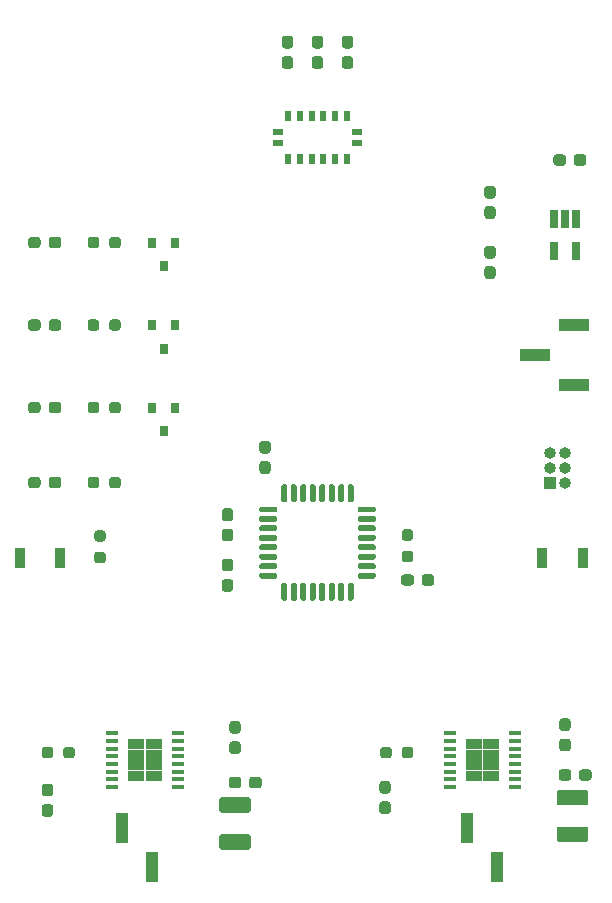
<source format=gbr>
%TF.GenerationSoftware,KiCad,Pcbnew,(5.1.9)-1*%
%TF.CreationDate,2021-04-18T17:00:14-02:30*%
%TF.ProjectId,flamingo,666c616d-696e-4676-9f2e-6b696361645f,rev?*%
%TF.SameCoordinates,Original*%
%TF.FileFunction,Soldermask,Top*%
%TF.FilePolarity,Negative*%
%FSLAX46Y46*%
G04 Gerber Fmt 4.6, Leading zero omitted, Abs format (unit mm)*
G04 Created by KiCad (PCBNEW (5.1.9)-1) date 2021-04-18 17:00:14*
%MOMM*%
%LPD*%
G01*
G04 APERTURE LIST*
%ADD10R,1.470000X0.895000*%
%ADD11R,1.050000X0.450000*%
%ADD12R,2.510000X1.000000*%
%ADD13R,1.000000X2.510000*%
%ADD14R,0.800000X0.900000*%
%ADD15R,0.650000X1.560000*%
%ADD16R,0.863600X0.558800*%
%ADD17R,0.558800X0.863600*%
%ADD18R,0.900000X1.700000*%
%ADD19O,1.000000X1.000000*%
%ADD20R,1.000000X1.000000*%
G04 APERTURE END LIST*
D10*
%TO.C,U3*%
X112930000Y-138357500D03*
X112930000Y-139252500D03*
X112930000Y-140147500D03*
X112930000Y-141042500D03*
X114400000Y-138357500D03*
X114400000Y-139252500D03*
X114400000Y-140147500D03*
X114400000Y-141042500D03*
D11*
X116440000Y-137425000D03*
X116440000Y-138075000D03*
X116440000Y-138725000D03*
X116440000Y-139375000D03*
X116440000Y-140025000D03*
X116440000Y-140675000D03*
X116440000Y-141325000D03*
X116440000Y-141975000D03*
X110890000Y-141975000D03*
X110890000Y-141325000D03*
X110890000Y-140675000D03*
X110890000Y-140025000D03*
X110890000Y-139375000D03*
X110890000Y-138725000D03*
X110890000Y-138075000D03*
X110890000Y-137425000D03*
%TD*%
D10*
%TO.C,U4*%
X141505000Y-138357500D03*
X141505000Y-139252500D03*
X141505000Y-140147500D03*
X141505000Y-141042500D03*
X142975000Y-138357500D03*
X142975000Y-139252500D03*
X142975000Y-140147500D03*
X142975000Y-141042500D03*
D11*
X145015000Y-137425000D03*
X145015000Y-138075000D03*
X145015000Y-138725000D03*
X145015000Y-139375000D03*
X145015000Y-140025000D03*
X145015000Y-140675000D03*
X145015000Y-141325000D03*
X145015000Y-141975000D03*
X139465000Y-141975000D03*
X139465000Y-141325000D03*
X139465000Y-140675000D03*
X139465000Y-140025000D03*
X139465000Y-139375000D03*
X139465000Y-138725000D03*
X139465000Y-138075000D03*
X139465000Y-137425000D03*
%TD*%
%TO.C,C402*%
G36*
G01*
X149762500Y-140732500D02*
X149762500Y-141207500D01*
G75*
G02*
X149525000Y-141445000I-237500J0D01*
G01*
X148925000Y-141445000D01*
G75*
G02*
X148687500Y-141207500I0J237500D01*
G01*
X148687500Y-140732500D01*
G75*
G02*
X148925000Y-140495000I237500J0D01*
G01*
X149525000Y-140495000D01*
G75*
G02*
X149762500Y-140732500I0J-237500D01*
G01*
G37*
G36*
G01*
X151487500Y-140732500D02*
X151487500Y-141207500D01*
G75*
G02*
X151250000Y-141445000I-237500J0D01*
G01*
X150650000Y-141445000D01*
G75*
G02*
X150412500Y-141207500I0J237500D01*
G01*
X150412500Y-140732500D01*
G75*
G02*
X150650000Y-140495000I237500J0D01*
G01*
X151250000Y-140495000D01*
G75*
G02*
X151487500Y-140732500I0J-237500D01*
G01*
G37*
%TD*%
D12*
%TO.C,J4*%
X149995000Y-107950000D03*
X149995000Y-102870000D03*
X146685000Y-105410000D03*
%TD*%
%TO.C,R5*%
G36*
G01*
X109617500Y-122067500D02*
X110092500Y-122067500D01*
G75*
G02*
X110330000Y-122305000I0J-237500D01*
G01*
X110330000Y-122805000D01*
G75*
G02*
X110092500Y-123042500I-237500J0D01*
G01*
X109617500Y-123042500D01*
G75*
G02*
X109380000Y-122805000I0J237500D01*
G01*
X109380000Y-122305000D01*
G75*
G02*
X109617500Y-122067500I237500J0D01*
G01*
G37*
G36*
G01*
X109617500Y-120242500D02*
X110092500Y-120242500D01*
G75*
G02*
X110330000Y-120480000I0J-237500D01*
G01*
X110330000Y-120980000D01*
G75*
G02*
X110092500Y-121217500I-237500J0D01*
G01*
X109617500Y-121217500D01*
G75*
G02*
X109380000Y-120980000I0J237500D01*
G01*
X109380000Y-120480000D01*
G75*
G02*
X109617500Y-120242500I237500J0D01*
G01*
G37*
%TD*%
D13*
%TO.C,J3*%
X140970000Y-145415000D03*
X143510000Y-148725000D03*
%TD*%
%TO.C,J2*%
X111760000Y-145415000D03*
X114300000Y-148725000D03*
%TD*%
%TO.C,C400*%
G36*
G01*
X148759999Y-145337500D02*
X150960001Y-145337500D01*
G75*
G02*
X151210000Y-145587499I0J-249999D01*
G01*
X151210000Y-146412501D01*
G75*
G02*
X150960001Y-146662500I-249999J0D01*
G01*
X148759999Y-146662500D01*
G75*
G02*
X148510000Y-146412501I0J249999D01*
G01*
X148510000Y-145587499D01*
G75*
G02*
X148759999Y-145337500I249999J0D01*
G01*
G37*
G36*
G01*
X148759999Y-142212500D02*
X150960001Y-142212500D01*
G75*
G02*
X151210000Y-142462499I0J-249999D01*
G01*
X151210000Y-143287501D01*
G75*
G02*
X150960001Y-143537500I-249999J0D01*
G01*
X148759999Y-143537500D01*
G75*
G02*
X148510000Y-143287501I0J249999D01*
G01*
X148510000Y-142462499D01*
G75*
G02*
X148759999Y-142212500I249999J0D01*
G01*
G37*
%TD*%
%TO.C,C300*%
G36*
G01*
X120184999Y-145972500D02*
X122385001Y-145972500D01*
G75*
G02*
X122635000Y-146222499I0J-249999D01*
G01*
X122635000Y-147047501D01*
G75*
G02*
X122385001Y-147297500I-249999J0D01*
G01*
X120184999Y-147297500D01*
G75*
G02*
X119935000Y-147047501I0J249999D01*
G01*
X119935000Y-146222499D01*
G75*
G02*
X120184999Y-145972500I249999J0D01*
G01*
G37*
G36*
G01*
X120184999Y-142847500D02*
X122385001Y-142847500D01*
G75*
G02*
X122635000Y-143097499I0J-249999D01*
G01*
X122635000Y-143922501D01*
G75*
G02*
X122385001Y-144172500I-249999J0D01*
G01*
X120184999Y-144172500D01*
G75*
G02*
X119935000Y-143922501I0J249999D01*
G01*
X119935000Y-143097499D01*
G75*
G02*
X120184999Y-142847500I249999J0D01*
G01*
G37*
%TD*%
%TO.C,C202*%
G36*
G01*
X125967500Y-79457500D02*
X125492500Y-79457500D01*
G75*
G02*
X125255000Y-79220000I0J237500D01*
G01*
X125255000Y-78620000D01*
G75*
G02*
X125492500Y-78382500I237500J0D01*
G01*
X125967500Y-78382500D01*
G75*
G02*
X126205000Y-78620000I0J-237500D01*
G01*
X126205000Y-79220000D01*
G75*
G02*
X125967500Y-79457500I-237500J0D01*
G01*
G37*
G36*
G01*
X125967500Y-81182500D02*
X125492500Y-81182500D01*
G75*
G02*
X125255000Y-80945000I0J237500D01*
G01*
X125255000Y-80345000D01*
G75*
G02*
X125492500Y-80107500I237500J0D01*
G01*
X125967500Y-80107500D01*
G75*
G02*
X126205000Y-80345000I0J-237500D01*
G01*
X126205000Y-80945000D01*
G75*
G02*
X125967500Y-81182500I-237500J0D01*
G01*
G37*
%TD*%
%TO.C,C201*%
G36*
G01*
X128507500Y-79457500D02*
X128032500Y-79457500D01*
G75*
G02*
X127795000Y-79220000I0J237500D01*
G01*
X127795000Y-78620000D01*
G75*
G02*
X128032500Y-78382500I237500J0D01*
G01*
X128507500Y-78382500D01*
G75*
G02*
X128745000Y-78620000I0J-237500D01*
G01*
X128745000Y-79220000D01*
G75*
G02*
X128507500Y-79457500I-237500J0D01*
G01*
G37*
G36*
G01*
X128507500Y-81182500D02*
X128032500Y-81182500D01*
G75*
G02*
X127795000Y-80945000I0J237500D01*
G01*
X127795000Y-80345000D01*
G75*
G02*
X128032500Y-80107500I237500J0D01*
G01*
X128507500Y-80107500D01*
G75*
G02*
X128745000Y-80345000I0J-237500D01*
G01*
X128745000Y-80945000D01*
G75*
G02*
X128507500Y-81182500I-237500J0D01*
G01*
G37*
%TD*%
%TO.C,C200*%
G36*
G01*
X131047500Y-79457500D02*
X130572500Y-79457500D01*
G75*
G02*
X130335000Y-79220000I0J237500D01*
G01*
X130335000Y-78620000D01*
G75*
G02*
X130572500Y-78382500I237500J0D01*
G01*
X131047500Y-78382500D01*
G75*
G02*
X131285000Y-78620000I0J-237500D01*
G01*
X131285000Y-79220000D01*
G75*
G02*
X131047500Y-79457500I-237500J0D01*
G01*
G37*
G36*
G01*
X131047500Y-81182500D02*
X130572500Y-81182500D01*
G75*
G02*
X130335000Y-80945000I0J237500D01*
G01*
X130335000Y-80345000D01*
G75*
G02*
X130572500Y-80107500I237500J0D01*
G01*
X131047500Y-80107500D01*
G75*
G02*
X131285000Y-80345000I0J-237500D01*
G01*
X131285000Y-80945000D01*
G75*
G02*
X131047500Y-81182500I-237500J0D01*
G01*
G37*
%TD*%
%TO.C,C103*%
G36*
G01*
X137077500Y-124697500D02*
X137077500Y-124222500D01*
G75*
G02*
X137315000Y-123985000I237500J0D01*
G01*
X137915000Y-123985000D01*
G75*
G02*
X138152500Y-124222500I0J-237500D01*
G01*
X138152500Y-124697500D01*
G75*
G02*
X137915000Y-124935000I-237500J0D01*
G01*
X137315000Y-124935000D01*
G75*
G02*
X137077500Y-124697500I0J237500D01*
G01*
G37*
G36*
G01*
X135352500Y-124697500D02*
X135352500Y-124222500D01*
G75*
G02*
X135590000Y-123985000I237500J0D01*
G01*
X136190000Y-123985000D01*
G75*
G02*
X136427500Y-124222500I0J-237500D01*
G01*
X136427500Y-124697500D01*
G75*
G02*
X136190000Y-124935000I-237500J0D01*
G01*
X135590000Y-124935000D01*
G75*
G02*
X135352500Y-124697500I0J237500D01*
G01*
G37*
%TD*%
%TO.C,C102*%
G36*
G01*
X124062500Y-113747500D02*
X123587500Y-113747500D01*
G75*
G02*
X123350000Y-113510000I0J237500D01*
G01*
X123350000Y-112910000D01*
G75*
G02*
X123587500Y-112672500I237500J0D01*
G01*
X124062500Y-112672500D01*
G75*
G02*
X124300000Y-112910000I0J-237500D01*
G01*
X124300000Y-113510000D01*
G75*
G02*
X124062500Y-113747500I-237500J0D01*
G01*
G37*
G36*
G01*
X124062500Y-115472500D02*
X123587500Y-115472500D01*
G75*
G02*
X123350000Y-115235000I0J237500D01*
G01*
X123350000Y-114635000D01*
G75*
G02*
X123587500Y-114397500I237500J0D01*
G01*
X124062500Y-114397500D01*
G75*
G02*
X124300000Y-114635000I0J-237500D01*
G01*
X124300000Y-115235000D01*
G75*
G02*
X124062500Y-115472500I-237500J0D01*
G01*
G37*
%TD*%
%TO.C,C101*%
G36*
G01*
X120412500Y-124377500D02*
X120887500Y-124377500D01*
G75*
G02*
X121125000Y-124615000I0J-237500D01*
G01*
X121125000Y-125215000D01*
G75*
G02*
X120887500Y-125452500I-237500J0D01*
G01*
X120412500Y-125452500D01*
G75*
G02*
X120175000Y-125215000I0J237500D01*
G01*
X120175000Y-124615000D01*
G75*
G02*
X120412500Y-124377500I237500J0D01*
G01*
G37*
G36*
G01*
X120412500Y-122652500D02*
X120887500Y-122652500D01*
G75*
G02*
X121125000Y-122890000I0J-237500D01*
G01*
X121125000Y-123490000D01*
G75*
G02*
X120887500Y-123727500I-237500J0D01*
G01*
X120412500Y-123727500D01*
G75*
G02*
X120175000Y-123490000I0J237500D01*
G01*
X120175000Y-122890000D01*
G75*
G02*
X120412500Y-122652500I237500J0D01*
G01*
G37*
%TD*%
%TO.C,U1*%
G36*
G01*
X125220000Y-117735000D02*
X125220000Y-116485000D01*
G75*
G02*
X125345000Y-116360000I125000J0D01*
G01*
X125595000Y-116360000D01*
G75*
G02*
X125720000Y-116485000I0J-125000D01*
G01*
X125720000Y-117735000D01*
G75*
G02*
X125595000Y-117860000I-125000J0D01*
G01*
X125345000Y-117860000D01*
G75*
G02*
X125220000Y-117735000I0J125000D01*
G01*
G37*
G36*
G01*
X126020000Y-117735000D02*
X126020000Y-116485000D01*
G75*
G02*
X126145000Y-116360000I125000J0D01*
G01*
X126395000Y-116360000D01*
G75*
G02*
X126520000Y-116485000I0J-125000D01*
G01*
X126520000Y-117735000D01*
G75*
G02*
X126395000Y-117860000I-125000J0D01*
G01*
X126145000Y-117860000D01*
G75*
G02*
X126020000Y-117735000I0J125000D01*
G01*
G37*
G36*
G01*
X126820000Y-117735000D02*
X126820000Y-116485000D01*
G75*
G02*
X126945000Y-116360000I125000J0D01*
G01*
X127195000Y-116360000D01*
G75*
G02*
X127320000Y-116485000I0J-125000D01*
G01*
X127320000Y-117735000D01*
G75*
G02*
X127195000Y-117860000I-125000J0D01*
G01*
X126945000Y-117860000D01*
G75*
G02*
X126820000Y-117735000I0J125000D01*
G01*
G37*
G36*
G01*
X127620000Y-117735000D02*
X127620000Y-116485000D01*
G75*
G02*
X127745000Y-116360000I125000J0D01*
G01*
X127995000Y-116360000D01*
G75*
G02*
X128120000Y-116485000I0J-125000D01*
G01*
X128120000Y-117735000D01*
G75*
G02*
X127995000Y-117860000I-125000J0D01*
G01*
X127745000Y-117860000D01*
G75*
G02*
X127620000Y-117735000I0J125000D01*
G01*
G37*
G36*
G01*
X128420000Y-117735000D02*
X128420000Y-116485000D01*
G75*
G02*
X128545000Y-116360000I125000J0D01*
G01*
X128795000Y-116360000D01*
G75*
G02*
X128920000Y-116485000I0J-125000D01*
G01*
X128920000Y-117735000D01*
G75*
G02*
X128795000Y-117860000I-125000J0D01*
G01*
X128545000Y-117860000D01*
G75*
G02*
X128420000Y-117735000I0J125000D01*
G01*
G37*
G36*
G01*
X129220000Y-117735000D02*
X129220000Y-116485000D01*
G75*
G02*
X129345000Y-116360000I125000J0D01*
G01*
X129595000Y-116360000D01*
G75*
G02*
X129720000Y-116485000I0J-125000D01*
G01*
X129720000Y-117735000D01*
G75*
G02*
X129595000Y-117860000I-125000J0D01*
G01*
X129345000Y-117860000D01*
G75*
G02*
X129220000Y-117735000I0J125000D01*
G01*
G37*
G36*
G01*
X130020000Y-117735000D02*
X130020000Y-116485000D01*
G75*
G02*
X130145000Y-116360000I125000J0D01*
G01*
X130395000Y-116360000D01*
G75*
G02*
X130520000Y-116485000I0J-125000D01*
G01*
X130520000Y-117735000D01*
G75*
G02*
X130395000Y-117860000I-125000J0D01*
G01*
X130145000Y-117860000D01*
G75*
G02*
X130020000Y-117735000I0J125000D01*
G01*
G37*
G36*
G01*
X130820000Y-117735000D02*
X130820000Y-116485000D01*
G75*
G02*
X130945000Y-116360000I125000J0D01*
G01*
X131195000Y-116360000D01*
G75*
G02*
X131320000Y-116485000I0J-125000D01*
G01*
X131320000Y-117735000D01*
G75*
G02*
X131195000Y-117860000I-125000J0D01*
G01*
X130945000Y-117860000D01*
G75*
G02*
X130820000Y-117735000I0J125000D01*
G01*
G37*
G36*
G01*
X131695000Y-118610000D02*
X131695000Y-118360000D01*
G75*
G02*
X131820000Y-118235000I125000J0D01*
G01*
X133070000Y-118235000D01*
G75*
G02*
X133195000Y-118360000I0J-125000D01*
G01*
X133195000Y-118610000D01*
G75*
G02*
X133070000Y-118735000I-125000J0D01*
G01*
X131820000Y-118735000D01*
G75*
G02*
X131695000Y-118610000I0J125000D01*
G01*
G37*
G36*
G01*
X131695000Y-119410000D02*
X131695000Y-119160000D01*
G75*
G02*
X131820000Y-119035000I125000J0D01*
G01*
X133070000Y-119035000D01*
G75*
G02*
X133195000Y-119160000I0J-125000D01*
G01*
X133195000Y-119410000D01*
G75*
G02*
X133070000Y-119535000I-125000J0D01*
G01*
X131820000Y-119535000D01*
G75*
G02*
X131695000Y-119410000I0J125000D01*
G01*
G37*
G36*
G01*
X131695000Y-120210000D02*
X131695000Y-119960000D01*
G75*
G02*
X131820000Y-119835000I125000J0D01*
G01*
X133070000Y-119835000D01*
G75*
G02*
X133195000Y-119960000I0J-125000D01*
G01*
X133195000Y-120210000D01*
G75*
G02*
X133070000Y-120335000I-125000J0D01*
G01*
X131820000Y-120335000D01*
G75*
G02*
X131695000Y-120210000I0J125000D01*
G01*
G37*
G36*
G01*
X131695000Y-121010000D02*
X131695000Y-120760000D01*
G75*
G02*
X131820000Y-120635000I125000J0D01*
G01*
X133070000Y-120635000D01*
G75*
G02*
X133195000Y-120760000I0J-125000D01*
G01*
X133195000Y-121010000D01*
G75*
G02*
X133070000Y-121135000I-125000J0D01*
G01*
X131820000Y-121135000D01*
G75*
G02*
X131695000Y-121010000I0J125000D01*
G01*
G37*
G36*
G01*
X131695000Y-121810000D02*
X131695000Y-121560000D01*
G75*
G02*
X131820000Y-121435000I125000J0D01*
G01*
X133070000Y-121435000D01*
G75*
G02*
X133195000Y-121560000I0J-125000D01*
G01*
X133195000Y-121810000D01*
G75*
G02*
X133070000Y-121935000I-125000J0D01*
G01*
X131820000Y-121935000D01*
G75*
G02*
X131695000Y-121810000I0J125000D01*
G01*
G37*
G36*
G01*
X131695000Y-122610000D02*
X131695000Y-122360000D01*
G75*
G02*
X131820000Y-122235000I125000J0D01*
G01*
X133070000Y-122235000D01*
G75*
G02*
X133195000Y-122360000I0J-125000D01*
G01*
X133195000Y-122610000D01*
G75*
G02*
X133070000Y-122735000I-125000J0D01*
G01*
X131820000Y-122735000D01*
G75*
G02*
X131695000Y-122610000I0J125000D01*
G01*
G37*
G36*
G01*
X131695000Y-123410000D02*
X131695000Y-123160000D01*
G75*
G02*
X131820000Y-123035000I125000J0D01*
G01*
X133070000Y-123035000D01*
G75*
G02*
X133195000Y-123160000I0J-125000D01*
G01*
X133195000Y-123410000D01*
G75*
G02*
X133070000Y-123535000I-125000J0D01*
G01*
X131820000Y-123535000D01*
G75*
G02*
X131695000Y-123410000I0J125000D01*
G01*
G37*
G36*
G01*
X131695000Y-124210000D02*
X131695000Y-123960000D01*
G75*
G02*
X131820000Y-123835000I125000J0D01*
G01*
X133070000Y-123835000D01*
G75*
G02*
X133195000Y-123960000I0J-125000D01*
G01*
X133195000Y-124210000D01*
G75*
G02*
X133070000Y-124335000I-125000J0D01*
G01*
X131820000Y-124335000D01*
G75*
G02*
X131695000Y-124210000I0J125000D01*
G01*
G37*
G36*
G01*
X130820000Y-126085000D02*
X130820000Y-124835000D01*
G75*
G02*
X130945000Y-124710000I125000J0D01*
G01*
X131195000Y-124710000D01*
G75*
G02*
X131320000Y-124835000I0J-125000D01*
G01*
X131320000Y-126085000D01*
G75*
G02*
X131195000Y-126210000I-125000J0D01*
G01*
X130945000Y-126210000D01*
G75*
G02*
X130820000Y-126085000I0J125000D01*
G01*
G37*
G36*
G01*
X130020000Y-126085000D02*
X130020000Y-124835000D01*
G75*
G02*
X130145000Y-124710000I125000J0D01*
G01*
X130395000Y-124710000D01*
G75*
G02*
X130520000Y-124835000I0J-125000D01*
G01*
X130520000Y-126085000D01*
G75*
G02*
X130395000Y-126210000I-125000J0D01*
G01*
X130145000Y-126210000D01*
G75*
G02*
X130020000Y-126085000I0J125000D01*
G01*
G37*
G36*
G01*
X129220000Y-126085000D02*
X129220000Y-124835000D01*
G75*
G02*
X129345000Y-124710000I125000J0D01*
G01*
X129595000Y-124710000D01*
G75*
G02*
X129720000Y-124835000I0J-125000D01*
G01*
X129720000Y-126085000D01*
G75*
G02*
X129595000Y-126210000I-125000J0D01*
G01*
X129345000Y-126210000D01*
G75*
G02*
X129220000Y-126085000I0J125000D01*
G01*
G37*
G36*
G01*
X128420000Y-126085000D02*
X128420000Y-124835000D01*
G75*
G02*
X128545000Y-124710000I125000J0D01*
G01*
X128795000Y-124710000D01*
G75*
G02*
X128920000Y-124835000I0J-125000D01*
G01*
X128920000Y-126085000D01*
G75*
G02*
X128795000Y-126210000I-125000J0D01*
G01*
X128545000Y-126210000D01*
G75*
G02*
X128420000Y-126085000I0J125000D01*
G01*
G37*
G36*
G01*
X127620000Y-126085000D02*
X127620000Y-124835000D01*
G75*
G02*
X127745000Y-124710000I125000J0D01*
G01*
X127995000Y-124710000D01*
G75*
G02*
X128120000Y-124835000I0J-125000D01*
G01*
X128120000Y-126085000D01*
G75*
G02*
X127995000Y-126210000I-125000J0D01*
G01*
X127745000Y-126210000D01*
G75*
G02*
X127620000Y-126085000I0J125000D01*
G01*
G37*
G36*
G01*
X126820000Y-126085000D02*
X126820000Y-124835000D01*
G75*
G02*
X126945000Y-124710000I125000J0D01*
G01*
X127195000Y-124710000D01*
G75*
G02*
X127320000Y-124835000I0J-125000D01*
G01*
X127320000Y-126085000D01*
G75*
G02*
X127195000Y-126210000I-125000J0D01*
G01*
X126945000Y-126210000D01*
G75*
G02*
X126820000Y-126085000I0J125000D01*
G01*
G37*
G36*
G01*
X126020000Y-126085000D02*
X126020000Y-124835000D01*
G75*
G02*
X126145000Y-124710000I125000J0D01*
G01*
X126395000Y-124710000D01*
G75*
G02*
X126520000Y-124835000I0J-125000D01*
G01*
X126520000Y-126085000D01*
G75*
G02*
X126395000Y-126210000I-125000J0D01*
G01*
X126145000Y-126210000D01*
G75*
G02*
X126020000Y-126085000I0J125000D01*
G01*
G37*
G36*
G01*
X125220000Y-126085000D02*
X125220000Y-124835000D01*
G75*
G02*
X125345000Y-124710000I125000J0D01*
G01*
X125595000Y-124710000D01*
G75*
G02*
X125720000Y-124835000I0J-125000D01*
G01*
X125720000Y-126085000D01*
G75*
G02*
X125595000Y-126210000I-125000J0D01*
G01*
X125345000Y-126210000D01*
G75*
G02*
X125220000Y-126085000I0J125000D01*
G01*
G37*
G36*
G01*
X123345000Y-124210000D02*
X123345000Y-123960000D01*
G75*
G02*
X123470000Y-123835000I125000J0D01*
G01*
X124720000Y-123835000D01*
G75*
G02*
X124845000Y-123960000I0J-125000D01*
G01*
X124845000Y-124210000D01*
G75*
G02*
X124720000Y-124335000I-125000J0D01*
G01*
X123470000Y-124335000D01*
G75*
G02*
X123345000Y-124210000I0J125000D01*
G01*
G37*
G36*
G01*
X123345000Y-123410000D02*
X123345000Y-123160000D01*
G75*
G02*
X123470000Y-123035000I125000J0D01*
G01*
X124720000Y-123035000D01*
G75*
G02*
X124845000Y-123160000I0J-125000D01*
G01*
X124845000Y-123410000D01*
G75*
G02*
X124720000Y-123535000I-125000J0D01*
G01*
X123470000Y-123535000D01*
G75*
G02*
X123345000Y-123410000I0J125000D01*
G01*
G37*
G36*
G01*
X123345000Y-122610000D02*
X123345000Y-122360000D01*
G75*
G02*
X123470000Y-122235000I125000J0D01*
G01*
X124720000Y-122235000D01*
G75*
G02*
X124845000Y-122360000I0J-125000D01*
G01*
X124845000Y-122610000D01*
G75*
G02*
X124720000Y-122735000I-125000J0D01*
G01*
X123470000Y-122735000D01*
G75*
G02*
X123345000Y-122610000I0J125000D01*
G01*
G37*
G36*
G01*
X123345000Y-121810000D02*
X123345000Y-121560000D01*
G75*
G02*
X123470000Y-121435000I125000J0D01*
G01*
X124720000Y-121435000D01*
G75*
G02*
X124845000Y-121560000I0J-125000D01*
G01*
X124845000Y-121810000D01*
G75*
G02*
X124720000Y-121935000I-125000J0D01*
G01*
X123470000Y-121935000D01*
G75*
G02*
X123345000Y-121810000I0J125000D01*
G01*
G37*
G36*
G01*
X123345000Y-121010000D02*
X123345000Y-120760000D01*
G75*
G02*
X123470000Y-120635000I125000J0D01*
G01*
X124720000Y-120635000D01*
G75*
G02*
X124845000Y-120760000I0J-125000D01*
G01*
X124845000Y-121010000D01*
G75*
G02*
X124720000Y-121135000I-125000J0D01*
G01*
X123470000Y-121135000D01*
G75*
G02*
X123345000Y-121010000I0J125000D01*
G01*
G37*
G36*
G01*
X123345000Y-120210000D02*
X123345000Y-119960000D01*
G75*
G02*
X123470000Y-119835000I125000J0D01*
G01*
X124720000Y-119835000D01*
G75*
G02*
X124845000Y-119960000I0J-125000D01*
G01*
X124845000Y-120210000D01*
G75*
G02*
X124720000Y-120335000I-125000J0D01*
G01*
X123470000Y-120335000D01*
G75*
G02*
X123345000Y-120210000I0J125000D01*
G01*
G37*
G36*
G01*
X123345000Y-119410000D02*
X123345000Y-119160000D01*
G75*
G02*
X123470000Y-119035000I125000J0D01*
G01*
X124720000Y-119035000D01*
G75*
G02*
X124845000Y-119160000I0J-125000D01*
G01*
X124845000Y-119410000D01*
G75*
G02*
X124720000Y-119535000I-125000J0D01*
G01*
X123470000Y-119535000D01*
G75*
G02*
X123345000Y-119410000I0J125000D01*
G01*
G37*
G36*
G01*
X123345000Y-118610000D02*
X123345000Y-118360000D01*
G75*
G02*
X123470000Y-118235000I125000J0D01*
G01*
X124720000Y-118235000D01*
G75*
G02*
X124845000Y-118360000I0J-125000D01*
G01*
X124845000Y-118610000D01*
G75*
G02*
X124720000Y-118735000I-125000J0D01*
G01*
X123470000Y-118735000D01*
G75*
G02*
X123345000Y-118610000I0J125000D01*
G01*
G37*
%TD*%
D14*
%TO.C,Q2*%
X115250000Y-111855000D03*
X114300000Y-109855000D03*
X116200000Y-109855000D03*
%TD*%
D15*
%TO.C,U5*%
X150175000Y-96600000D03*
X148275000Y-96600000D03*
X148275000Y-93900000D03*
X149225000Y-93900000D03*
X150175000Y-93900000D03*
%TD*%
D16*
%TO.C,U2*%
X124929900Y-87494999D03*
X124929900Y-86495001D03*
D17*
X125770000Y-85204300D03*
X126770000Y-85204300D03*
X127770001Y-85204300D03*
X128769999Y-85204300D03*
X129770000Y-85204300D03*
X130770000Y-85204300D03*
D16*
X131610100Y-86495001D03*
X131610100Y-87494999D03*
D17*
X130770000Y-88785700D03*
X129770000Y-88785700D03*
X128769999Y-88785700D03*
X127770001Y-88785700D03*
X126770000Y-88785700D03*
X125770000Y-88785700D03*
%TD*%
D18*
%TO.C,SW1*%
X150720000Y-122555000D03*
X147320000Y-122555000D03*
%TD*%
%TO.C,SW0*%
X103075000Y-122555000D03*
X106475000Y-122555000D03*
%TD*%
%TO.C,R400*%
G36*
G01*
X135402500Y-139302500D02*
X135402500Y-138827500D01*
G75*
G02*
X135640000Y-138590000I237500J0D01*
G01*
X136140000Y-138590000D01*
G75*
G02*
X136377500Y-138827500I0J-237500D01*
G01*
X136377500Y-139302500D01*
G75*
G02*
X136140000Y-139540000I-237500J0D01*
G01*
X135640000Y-139540000D01*
G75*
G02*
X135402500Y-139302500I0J237500D01*
G01*
G37*
G36*
G01*
X133577500Y-139302500D02*
X133577500Y-138827500D01*
G75*
G02*
X133815000Y-138590000I237500J0D01*
G01*
X134315000Y-138590000D01*
G75*
G02*
X134552500Y-138827500I0J-237500D01*
G01*
X134552500Y-139302500D01*
G75*
G02*
X134315000Y-139540000I-237500J0D01*
G01*
X133815000Y-139540000D01*
G75*
G02*
X133577500Y-139302500I0J237500D01*
G01*
G37*
%TD*%
%TO.C,R300*%
G36*
G01*
X106747500Y-139302500D02*
X106747500Y-138827500D01*
G75*
G02*
X106985000Y-138590000I237500J0D01*
G01*
X107485000Y-138590000D01*
G75*
G02*
X107722500Y-138827500I0J-237500D01*
G01*
X107722500Y-139302500D01*
G75*
G02*
X107485000Y-139540000I-237500J0D01*
G01*
X106985000Y-139540000D01*
G75*
G02*
X106747500Y-139302500I0J237500D01*
G01*
G37*
G36*
G01*
X104922500Y-139302500D02*
X104922500Y-138827500D01*
G75*
G02*
X105160000Y-138590000I237500J0D01*
G01*
X105660000Y-138590000D01*
G75*
G02*
X105897500Y-138827500I0J-237500D01*
G01*
X105897500Y-139302500D01*
G75*
G02*
X105660000Y-139540000I-237500J0D01*
G01*
X105160000Y-139540000D01*
G75*
G02*
X104922500Y-139302500I0J237500D01*
G01*
G37*
%TD*%
%TO.C,R4*%
G36*
G01*
X135652500Y-121987500D02*
X136127500Y-121987500D01*
G75*
G02*
X136365000Y-122225000I0J-237500D01*
G01*
X136365000Y-122725000D01*
G75*
G02*
X136127500Y-122962500I-237500J0D01*
G01*
X135652500Y-122962500D01*
G75*
G02*
X135415000Y-122725000I0J237500D01*
G01*
X135415000Y-122225000D01*
G75*
G02*
X135652500Y-121987500I237500J0D01*
G01*
G37*
G36*
G01*
X135652500Y-120162500D02*
X136127500Y-120162500D01*
G75*
G02*
X136365000Y-120400000I0J-237500D01*
G01*
X136365000Y-120900000D01*
G75*
G02*
X136127500Y-121137500I-237500J0D01*
G01*
X135652500Y-121137500D01*
G75*
G02*
X135415000Y-120900000I0J237500D01*
G01*
X135415000Y-120400000D01*
G75*
G02*
X135652500Y-120162500I237500J0D01*
G01*
G37*
%TD*%
%TO.C,R3*%
G36*
G01*
X109787500Y-109617500D02*
X109787500Y-110092500D01*
G75*
G02*
X109550000Y-110330000I-237500J0D01*
G01*
X109050000Y-110330000D01*
G75*
G02*
X108812500Y-110092500I0J237500D01*
G01*
X108812500Y-109617500D01*
G75*
G02*
X109050000Y-109380000I237500J0D01*
G01*
X109550000Y-109380000D01*
G75*
G02*
X109787500Y-109617500I0J-237500D01*
G01*
G37*
G36*
G01*
X111612500Y-109617500D02*
X111612500Y-110092500D01*
G75*
G02*
X111375000Y-110330000I-237500J0D01*
G01*
X110875000Y-110330000D01*
G75*
G02*
X110637500Y-110092500I0J237500D01*
G01*
X110637500Y-109617500D01*
G75*
G02*
X110875000Y-109380000I237500J0D01*
G01*
X111375000Y-109380000D01*
G75*
G02*
X111612500Y-109617500I0J-237500D01*
G01*
G37*
%TD*%
%TO.C,R2*%
G36*
G01*
X109787500Y-115967500D02*
X109787500Y-116442500D01*
G75*
G02*
X109550000Y-116680000I-237500J0D01*
G01*
X109050000Y-116680000D01*
G75*
G02*
X108812500Y-116442500I0J237500D01*
G01*
X108812500Y-115967500D01*
G75*
G02*
X109050000Y-115730000I237500J0D01*
G01*
X109550000Y-115730000D01*
G75*
G02*
X109787500Y-115967500I0J-237500D01*
G01*
G37*
G36*
G01*
X111612500Y-115967500D02*
X111612500Y-116442500D01*
G75*
G02*
X111375000Y-116680000I-237500J0D01*
G01*
X110875000Y-116680000D01*
G75*
G02*
X110637500Y-116442500I0J237500D01*
G01*
X110637500Y-115967500D01*
G75*
G02*
X110875000Y-115730000I237500J0D01*
G01*
X111375000Y-115730000D01*
G75*
G02*
X111612500Y-115967500I0J-237500D01*
G01*
G37*
%TD*%
%TO.C,R1*%
G36*
G01*
X109787500Y-95647500D02*
X109787500Y-96122500D01*
G75*
G02*
X109550000Y-96360000I-237500J0D01*
G01*
X109050000Y-96360000D01*
G75*
G02*
X108812500Y-96122500I0J237500D01*
G01*
X108812500Y-95647500D01*
G75*
G02*
X109050000Y-95410000I237500J0D01*
G01*
X109550000Y-95410000D01*
G75*
G02*
X109787500Y-95647500I0J-237500D01*
G01*
G37*
G36*
G01*
X111612500Y-95647500D02*
X111612500Y-96122500D01*
G75*
G02*
X111375000Y-96360000I-237500J0D01*
G01*
X110875000Y-96360000D01*
G75*
G02*
X110637500Y-96122500I0J237500D01*
G01*
X110637500Y-95647500D01*
G75*
G02*
X110875000Y-95410000I237500J0D01*
G01*
X111375000Y-95410000D01*
G75*
G02*
X111612500Y-95647500I0J-237500D01*
G01*
G37*
%TD*%
%TO.C,R0*%
G36*
G01*
X109787500Y-102632500D02*
X109787500Y-103107500D01*
G75*
G02*
X109550000Y-103345000I-237500J0D01*
G01*
X109050000Y-103345000D01*
G75*
G02*
X108812500Y-103107500I0J237500D01*
G01*
X108812500Y-102632500D01*
G75*
G02*
X109050000Y-102395000I237500J0D01*
G01*
X109550000Y-102395000D01*
G75*
G02*
X109787500Y-102632500I0J-237500D01*
G01*
G37*
G36*
G01*
X111612500Y-102632500D02*
X111612500Y-103107500D01*
G75*
G02*
X111375000Y-103345000I-237500J0D01*
G01*
X110875000Y-103345000D01*
G75*
G02*
X110637500Y-103107500I0J237500D01*
G01*
X110637500Y-102632500D01*
G75*
G02*
X110875000Y-102395000I237500J0D01*
G01*
X111375000Y-102395000D01*
G75*
G02*
X111612500Y-102632500I0J-237500D01*
G01*
G37*
%TD*%
D14*
%TO.C,Q1*%
X115250000Y-97885000D03*
X114300000Y-95885000D03*
X116200000Y-95885000D03*
%TD*%
%TO.C,Q0*%
X115250000Y-104870000D03*
X114300000Y-102870000D03*
X116200000Y-102870000D03*
%TD*%
D19*
%TO.C,J1*%
X149225000Y-113665000D03*
X147955000Y-113665000D03*
X149225000Y-114935000D03*
X147955000Y-114935000D03*
X149225000Y-116205000D03*
D20*
X147955000Y-116205000D03*
%TD*%
%TO.C,D3*%
G36*
G01*
X105520000Y-110092500D02*
X105520000Y-109617500D01*
G75*
G02*
X105757500Y-109380000I237500J0D01*
G01*
X106332500Y-109380000D01*
G75*
G02*
X106570000Y-109617500I0J-237500D01*
G01*
X106570000Y-110092500D01*
G75*
G02*
X106332500Y-110330000I-237500J0D01*
G01*
X105757500Y-110330000D01*
G75*
G02*
X105520000Y-110092500I0J237500D01*
G01*
G37*
G36*
G01*
X103770000Y-110092500D02*
X103770000Y-109617500D01*
G75*
G02*
X104007500Y-109380000I237500J0D01*
G01*
X104582500Y-109380000D01*
G75*
G02*
X104820000Y-109617500I0J-237500D01*
G01*
X104820000Y-110092500D01*
G75*
G02*
X104582500Y-110330000I-237500J0D01*
G01*
X104007500Y-110330000D01*
G75*
G02*
X103770000Y-110092500I0J237500D01*
G01*
G37*
%TD*%
%TO.C,D2*%
G36*
G01*
X105520000Y-116442500D02*
X105520000Y-115967500D01*
G75*
G02*
X105757500Y-115730000I237500J0D01*
G01*
X106332500Y-115730000D01*
G75*
G02*
X106570000Y-115967500I0J-237500D01*
G01*
X106570000Y-116442500D01*
G75*
G02*
X106332500Y-116680000I-237500J0D01*
G01*
X105757500Y-116680000D01*
G75*
G02*
X105520000Y-116442500I0J237500D01*
G01*
G37*
G36*
G01*
X103770000Y-116442500D02*
X103770000Y-115967500D01*
G75*
G02*
X104007500Y-115730000I237500J0D01*
G01*
X104582500Y-115730000D01*
G75*
G02*
X104820000Y-115967500I0J-237500D01*
G01*
X104820000Y-116442500D01*
G75*
G02*
X104582500Y-116680000I-237500J0D01*
G01*
X104007500Y-116680000D01*
G75*
G02*
X103770000Y-116442500I0J237500D01*
G01*
G37*
%TD*%
%TO.C,D1*%
G36*
G01*
X105520000Y-96122500D02*
X105520000Y-95647500D01*
G75*
G02*
X105757500Y-95410000I237500J0D01*
G01*
X106332500Y-95410000D01*
G75*
G02*
X106570000Y-95647500I0J-237500D01*
G01*
X106570000Y-96122500D01*
G75*
G02*
X106332500Y-96360000I-237500J0D01*
G01*
X105757500Y-96360000D01*
G75*
G02*
X105520000Y-96122500I0J237500D01*
G01*
G37*
G36*
G01*
X103770000Y-96122500D02*
X103770000Y-95647500D01*
G75*
G02*
X104007500Y-95410000I237500J0D01*
G01*
X104582500Y-95410000D01*
G75*
G02*
X104820000Y-95647500I0J-237500D01*
G01*
X104820000Y-96122500D01*
G75*
G02*
X104582500Y-96360000I-237500J0D01*
G01*
X104007500Y-96360000D01*
G75*
G02*
X103770000Y-96122500I0J237500D01*
G01*
G37*
%TD*%
%TO.C,D0*%
G36*
G01*
X105520000Y-103107500D02*
X105520000Y-102632500D01*
G75*
G02*
X105757500Y-102395000I237500J0D01*
G01*
X106332500Y-102395000D01*
G75*
G02*
X106570000Y-102632500I0J-237500D01*
G01*
X106570000Y-103107500D01*
G75*
G02*
X106332500Y-103345000I-237500J0D01*
G01*
X105757500Y-103345000D01*
G75*
G02*
X105520000Y-103107500I0J237500D01*
G01*
G37*
G36*
G01*
X103770000Y-103107500D02*
X103770000Y-102632500D01*
G75*
G02*
X104007500Y-102395000I237500J0D01*
G01*
X104582500Y-102395000D01*
G75*
G02*
X104820000Y-102632500I0J-237500D01*
G01*
X104820000Y-103107500D01*
G75*
G02*
X104582500Y-103345000I-237500J0D01*
G01*
X104007500Y-103345000D01*
G75*
G02*
X103770000Y-103107500I0J237500D01*
G01*
G37*
%TD*%
%TO.C,C502*%
G36*
G01*
X143112500Y-92157500D02*
X142637500Y-92157500D01*
G75*
G02*
X142400000Y-91920000I0J237500D01*
G01*
X142400000Y-91320000D01*
G75*
G02*
X142637500Y-91082500I237500J0D01*
G01*
X143112500Y-91082500D01*
G75*
G02*
X143350000Y-91320000I0J-237500D01*
G01*
X143350000Y-91920000D01*
G75*
G02*
X143112500Y-92157500I-237500J0D01*
G01*
G37*
G36*
G01*
X143112500Y-93882500D02*
X142637500Y-93882500D01*
G75*
G02*
X142400000Y-93645000I0J237500D01*
G01*
X142400000Y-93045000D01*
G75*
G02*
X142637500Y-92807500I237500J0D01*
G01*
X143112500Y-92807500D01*
G75*
G02*
X143350000Y-93045000I0J-237500D01*
G01*
X143350000Y-93645000D01*
G75*
G02*
X143112500Y-93882500I-237500J0D01*
G01*
G37*
%TD*%
%TO.C,C501*%
G36*
G01*
X143112500Y-97237500D02*
X142637500Y-97237500D01*
G75*
G02*
X142400000Y-97000000I0J237500D01*
G01*
X142400000Y-96400000D01*
G75*
G02*
X142637500Y-96162500I237500J0D01*
G01*
X143112500Y-96162500D01*
G75*
G02*
X143350000Y-96400000I0J-237500D01*
G01*
X143350000Y-97000000D01*
G75*
G02*
X143112500Y-97237500I-237500J0D01*
G01*
G37*
G36*
G01*
X143112500Y-98962500D02*
X142637500Y-98962500D01*
G75*
G02*
X142400000Y-98725000I0J237500D01*
G01*
X142400000Y-98125000D01*
G75*
G02*
X142637500Y-97887500I237500J0D01*
G01*
X143112500Y-97887500D01*
G75*
G02*
X143350000Y-98125000I0J-237500D01*
G01*
X143350000Y-98725000D01*
G75*
G02*
X143112500Y-98962500I-237500J0D01*
G01*
G37*
%TD*%
%TO.C,C500*%
G36*
G01*
X149307500Y-88662500D02*
X149307500Y-89137500D01*
G75*
G02*
X149070000Y-89375000I-237500J0D01*
G01*
X148470000Y-89375000D01*
G75*
G02*
X148232500Y-89137500I0J237500D01*
G01*
X148232500Y-88662500D01*
G75*
G02*
X148470000Y-88425000I237500J0D01*
G01*
X149070000Y-88425000D01*
G75*
G02*
X149307500Y-88662500I0J-237500D01*
G01*
G37*
G36*
G01*
X151032500Y-88662500D02*
X151032500Y-89137500D01*
G75*
G02*
X150795000Y-89375000I-237500J0D01*
G01*
X150195000Y-89375000D01*
G75*
G02*
X149957500Y-89137500I0J237500D01*
G01*
X149957500Y-88662500D01*
G75*
G02*
X150195000Y-88425000I237500J0D01*
G01*
X150795000Y-88425000D01*
G75*
G02*
X151032500Y-88662500I0J-237500D01*
G01*
G37*
%TD*%
%TO.C,C403*%
G36*
G01*
X148987500Y-137892500D02*
X149462500Y-137892500D01*
G75*
G02*
X149700000Y-138130000I0J-237500D01*
G01*
X149700000Y-138730000D01*
G75*
G02*
X149462500Y-138967500I-237500J0D01*
G01*
X148987500Y-138967500D01*
G75*
G02*
X148750000Y-138730000I0J237500D01*
G01*
X148750000Y-138130000D01*
G75*
G02*
X148987500Y-137892500I237500J0D01*
G01*
G37*
G36*
G01*
X148987500Y-136167500D02*
X149462500Y-136167500D01*
G75*
G02*
X149700000Y-136405000I0J-237500D01*
G01*
X149700000Y-137005000D01*
G75*
G02*
X149462500Y-137242500I-237500J0D01*
G01*
X148987500Y-137242500D01*
G75*
G02*
X148750000Y-137005000I0J237500D01*
G01*
X148750000Y-136405000D01*
G75*
G02*
X148987500Y-136167500I237500J0D01*
G01*
G37*
%TD*%
%TO.C,C401*%
G36*
G01*
X133747500Y-143200000D02*
X134222500Y-143200000D01*
G75*
G02*
X134460000Y-143437500I0J-237500D01*
G01*
X134460000Y-144037500D01*
G75*
G02*
X134222500Y-144275000I-237500J0D01*
G01*
X133747500Y-144275000D01*
G75*
G02*
X133510000Y-144037500I0J237500D01*
G01*
X133510000Y-143437500D01*
G75*
G02*
X133747500Y-143200000I237500J0D01*
G01*
G37*
G36*
G01*
X133747500Y-141475000D02*
X134222500Y-141475000D01*
G75*
G02*
X134460000Y-141712500I0J-237500D01*
G01*
X134460000Y-142312500D01*
G75*
G02*
X134222500Y-142550000I-237500J0D01*
G01*
X133747500Y-142550000D01*
G75*
G02*
X133510000Y-142312500I0J237500D01*
G01*
X133510000Y-141712500D01*
G75*
G02*
X133747500Y-141475000I237500J0D01*
G01*
G37*
%TD*%
%TO.C,C303*%
G36*
G01*
X121047500Y-138120000D02*
X121522500Y-138120000D01*
G75*
G02*
X121760000Y-138357500I0J-237500D01*
G01*
X121760000Y-138957500D01*
G75*
G02*
X121522500Y-139195000I-237500J0D01*
G01*
X121047500Y-139195000D01*
G75*
G02*
X120810000Y-138957500I0J237500D01*
G01*
X120810000Y-138357500D01*
G75*
G02*
X121047500Y-138120000I237500J0D01*
G01*
G37*
G36*
G01*
X121047500Y-136395000D02*
X121522500Y-136395000D01*
G75*
G02*
X121760000Y-136632500I0J-237500D01*
G01*
X121760000Y-137232500D01*
G75*
G02*
X121522500Y-137470000I-237500J0D01*
G01*
X121047500Y-137470000D01*
G75*
G02*
X120810000Y-137232500I0J237500D01*
G01*
X120810000Y-136632500D01*
G75*
G02*
X121047500Y-136395000I237500J0D01*
G01*
G37*
%TD*%
%TO.C,C302*%
G36*
G01*
X122472500Y-141842500D02*
X122472500Y-141367500D01*
G75*
G02*
X122710000Y-141130000I237500J0D01*
G01*
X123310000Y-141130000D01*
G75*
G02*
X123547500Y-141367500I0J-237500D01*
G01*
X123547500Y-141842500D01*
G75*
G02*
X123310000Y-142080000I-237500J0D01*
G01*
X122710000Y-142080000D01*
G75*
G02*
X122472500Y-141842500I0J237500D01*
G01*
G37*
G36*
G01*
X120747500Y-141842500D02*
X120747500Y-141367500D01*
G75*
G02*
X120985000Y-141130000I237500J0D01*
G01*
X121585000Y-141130000D01*
G75*
G02*
X121822500Y-141367500I0J-237500D01*
G01*
X121822500Y-141842500D01*
G75*
G02*
X121585000Y-142080000I-237500J0D01*
G01*
X120985000Y-142080000D01*
G75*
G02*
X120747500Y-141842500I0J237500D01*
G01*
G37*
%TD*%
%TO.C,C301*%
G36*
G01*
X105172500Y-143427500D02*
X105647500Y-143427500D01*
G75*
G02*
X105885000Y-143665000I0J-237500D01*
G01*
X105885000Y-144265000D01*
G75*
G02*
X105647500Y-144502500I-237500J0D01*
G01*
X105172500Y-144502500D01*
G75*
G02*
X104935000Y-144265000I0J237500D01*
G01*
X104935000Y-143665000D01*
G75*
G02*
X105172500Y-143427500I237500J0D01*
G01*
G37*
G36*
G01*
X105172500Y-141702500D02*
X105647500Y-141702500D01*
G75*
G02*
X105885000Y-141940000I0J-237500D01*
G01*
X105885000Y-142540000D01*
G75*
G02*
X105647500Y-142777500I-237500J0D01*
G01*
X105172500Y-142777500D01*
G75*
G02*
X104935000Y-142540000I0J237500D01*
G01*
X104935000Y-141940000D01*
G75*
G02*
X105172500Y-141702500I237500J0D01*
G01*
G37*
%TD*%
%TO.C,C100*%
G36*
G01*
X120887500Y-119462500D02*
X120412500Y-119462500D01*
G75*
G02*
X120175000Y-119225000I0J237500D01*
G01*
X120175000Y-118625000D01*
G75*
G02*
X120412500Y-118387500I237500J0D01*
G01*
X120887500Y-118387500D01*
G75*
G02*
X121125000Y-118625000I0J-237500D01*
G01*
X121125000Y-119225000D01*
G75*
G02*
X120887500Y-119462500I-237500J0D01*
G01*
G37*
G36*
G01*
X120887500Y-121187500D02*
X120412500Y-121187500D01*
G75*
G02*
X120175000Y-120950000I0J237500D01*
G01*
X120175000Y-120350000D01*
G75*
G02*
X120412500Y-120112500I237500J0D01*
G01*
X120887500Y-120112500D01*
G75*
G02*
X121125000Y-120350000I0J-237500D01*
G01*
X121125000Y-120950000D01*
G75*
G02*
X120887500Y-121187500I-237500J0D01*
G01*
G37*
%TD*%
M02*

</source>
